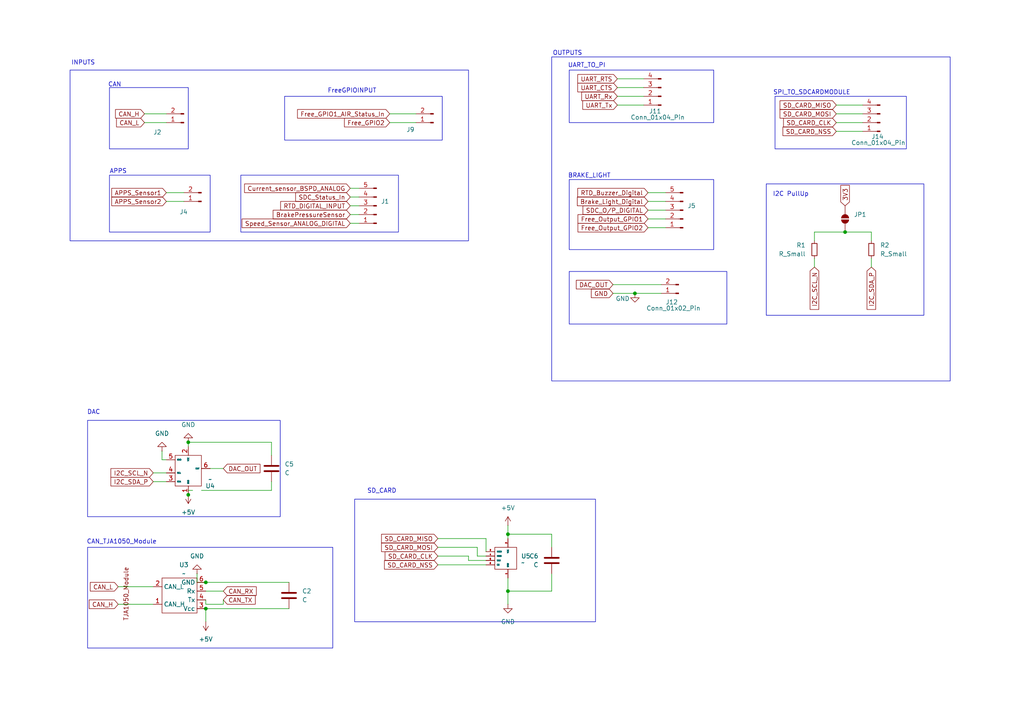
<source format=kicad_sch>
(kicad_sch (version 20231120) (generator "eeschema") (generator_version "8.0")
  (paper "A4")
  (lib_symbols
    (symbol "Connector:Conn_01x02_Pin" (pin_names (offset 1.016) hide)
      (property "Reference" "J" (at 0 2.54 0))
      (property "Value" "Conn_01x02_Pin" (at 0 -5.08 0))
      (symbol "Conn_01x02_Pin_1_1"
        (polyline (pts (xy 1.27 -2.54) (xy 0.8636 -2.54)) (stroke (width 0.1524)))
        (polyline (pts (xy 1.27 0) (xy 0.8636 0)) (stroke (width 0.1524)))
        (rectangle (start 0.8636 -2.413) (end 0 -2.667) (stroke (width 0.1524)) (fill (type outline)))
        (rectangle (start 0.8636 0.127) (end 0 -0.127) (stroke (width 0.1524)) (fill (type outline)))
        (pin passive line (at 5.08 0 180) (length 3.81) (name "Pin_1") (number "1"))
        (pin passive line (at 5.08 -2.54 180) (length 3.81) (name "Pin_2") (number "2"))
      )
    )
    (symbol "Connector:Conn_01x04_Pin" (pin_names (offset 1.016) hide)
      (property "Reference" "J" (at 0 5.08 0))
      (property "Value" "Conn_01x04_Pin" (at 0 -7.62 0))
      (symbol "Conn_01x04_Pin_1_1"
        (polyline (pts (xy 1.27 -5.08) (xy 0.8636 -5.08)) (stroke (width 0.1524)))
        (polyline (pts (xy 1.27 -2.54) (xy 0.8636 -2.54)) (stroke (width 0.1524)))
        (polyline (pts (xy 1.27 0) (xy 0.8636 0)) (stroke (width 0.1524)))
        (polyline (pts (xy 1.27 2.54) (xy 0.8636 2.54)) (stroke (width 0.1524)))
        (rectangle (start 0.8636 -4.953) (end 0 -5.207) (stroke (width 0.1524)) (fill (type outline)))
        (rectangle (start 0.8636 -2.413) (end 0 -2.667) (stroke (width 0.1524)) (fill (type outline)))
        (rectangle (start 0.8636 0.127) (end 0 -0.127) (stroke (width 0.1524)) (fill (type outline)))
        (rectangle (start 0.8636 2.667) (end 0 2.413) (stroke (width 0.1524)) (fill (type outline)))
        (pin passive line (at 5.08 2.54 180) (length 3.81) (name "Pin_1") (number "1"))
        (pin passive line (at 5.08 0 180) (length 3.81) (name "Pin_2") (number "2"))
        (pin passive line (at 5.08 -2.54 180) (length 3.81) (name "Pin_3") (number "3"))
        (pin passive line (at 5.08 -5.08 180) (length 3.81) (name "Pin_4") (number "4"))
      )
    )
    (symbol "Connector:Conn_01x05_Pin" (pin_names (offset 1.016) hide)
      (property "Reference" "J" (at 0 7.62 0))
      (property "Value" "Conn_01x05_Pin" (at 0 -7.62 0))
      (symbol "Conn_01x05_Pin_1_1"
        (polyline (pts (xy 1.27 -5.08) (xy 0.8636 -5.08)) (stroke (width 0.1524)))
        (polyline (pts (xy 1.27 -2.54) (xy 0.8636 -2.54)) (stroke (width 0.1524)))
        (polyline (pts (xy 1.27 0) (xy 0.8636 0)) (stroke (width 0.1524)))
        (polyline (pts (xy 1.27 2.54) (xy 0.8636 2.54)) (stroke (width 0.1524)))
        (polyline (pts (xy 1.27 5.08) (xy 0.8636 5.08)) (stroke (width 0.1524)))
        (rectangle (start 0.8636 -4.953) (end 0 -5.207) (stroke (width 0.1524)) (fill (type outline)))
        (rectangle (start 0.8636 -2.413) (end 0 -2.667) (stroke (width 0.1524)) (fill (type outline)))
        (rectangle (start 0.8636 0.127) (end 0 -0.127) (stroke (width 0.1524)) (fill (type outline)))
        (rectangle (start 0.8636 2.667) (end 0 2.413) (stroke (width 0.1524)) (fill (type outline)))
        (rectangle (start 0.8636 5.207) (end 0 4.953) (stroke (width 0.1524)) (fill (type outline)))
        (pin passive line (at 5.08 5.08 180) (length 3.81) (name "Pin_1") (number "1"))
        (pin passive line (at 5.08 2.54 180) (length 3.81) (name "Pin_2") (number "2"))
        (pin passive line (at 5.08 0 180) (length 3.81) (name "Pin_3") (number "3"))
        (pin passive line (at 5.08 -2.54 180) (length 3.81) (name "Pin_4") (number "4"))
        (pin passive line (at 5.08 -5.08 180) (length 3.81) (name "Pin_5") (number "5"))
      )
    )
    (symbol "Device:C" (pin_numbers hide) (pin_names (offset 0.254))
      (property "Reference" "C" (at 0.635 2.54 0))
      (property "Value" "C" (at 0.635 -2.54 0))
      (symbol "C_0_1"
        (polyline (pts (xy -2.032 -0.762) (xy 2.032 -0.762)) (stroke (width 0.508)))
        (polyline (pts (xy -2.032 0.762) (xy 2.032 0.762)) (stroke (width 0.508)))
      )
      (symbol "C_1_1"
        (pin passive line (at 0 3.81 270) (length 2.794) (name "~") (number "1"))
        (pin passive line (at 0 -3.81 90) (length 2.794) (name "~") (number "2"))
      )
    )
    (symbol "Device:R_Small" (pin_numbers hide) (pin_names (offset 0.254) hide)
      (property "Reference" "R" (at 0.762 0.508 0))
      (property "Value" "R_Small" (at 0.762 -1.016 0))
      (symbol "R_Small_0_1"
        (rectangle (start -0.762 1.778) (end 0.762 -1.778) (stroke (width 0.2032)))
      )
      (symbol "R_Small_1_1"
        (pin passive line (at 0 2.54 270) (length 0.762) (name "~") (number "1"))
        (pin passive line (at 0 -2.54 90) (length 0.762) (name "~") (number "2"))
      )
    )
    (symbol "Jumper:SolderJumper_2_Open" (pin_numbers hide) (pin_names (offset 0) hide) (exclude_from_sim yes) (in_bom no)
      (property "Reference" "JP" (at 0 2.032 0))
      (property "Value" "SolderJumper_2_Open" (at 0 -2.54 0))
      (symbol "SolderJumper_2_Open_0_1"
        (arc (start -0.254 1.016) (mid -1.2656 0) (end -0.254 -1.016))
        (arc (start -0.254 1.016) (mid -1.2656 0) (end -0.254 -1.016) (fill (type outline)))
        (polyline (pts (xy -0.254 1.016) (xy -0.254 -1.016)))
        (polyline (pts (xy 0.254 1.016) (xy 0.254 -1.016)))
        (arc (start 0.254 -1.016) (mid 1.2656 0) (end 0.254 1.016))
        (arc (start 0.254 -1.016) (mid 1.2656 0) (end 0.254 1.016) (fill (type outline)))
      )
      (symbol "SolderJumper_2_Open_1_1"
        (pin passive line (at -3.81 0 0) (length 2.54) (name "A") (number "1"))
        (pin passive line (at 3.81 0 180) (length 2.54) (name "B") (number "2"))
      )
    )
    (symbol "MCP4725_Module:mcp4725"
      (property "Reference" "U" (at 0 0 0))
      (symbol "mcp4725_0_1"
        (rectangle (start -3.81 5.08) (end 3.81 -3.81))
      )
      (symbol "mcp4725_1_1"
        (pin power_in line (at 0 7.62 270) (length 2.54) (name "GND") (number "1"))
        (pin power_in line (at 0 -6.35 90) (length 2.54) (name "VCC") (number "2"))
        (pin input line (at -6.35 3.81 0) (length 2.54) (name "SDA") (number "3"))
        (pin input line (at -6.35 1.27 0) (length 2.54) (name "SCL") (number "4"))
        (pin input line (at -6.35 -2.54 0) (length 2.54) (name "GND") (number "5"))
        (pin output line (at 6.35 0 180) (length 2.54) (name "OUT") (number "6"))
      )
    )
    (symbol "SDCardModule:SDCARD"
      (property "Reference" "U" (at 0 0 0))
      (symbol "SDCARD_0_1"
        (rectangle (start 0 -1.27) (end 6.35 -7.62))
      )
      (symbol "SDCARD_1_1"
        (pin power_in line (at 3.81 -10.16 90) (length 2.54) (name "GND") (number "1"))
        (pin power_in line (at 3.81 1.27 270) (length 2.54) (name "VCC") (number "2"))
        (pin output line (at -2.54 -2.54 0) (length 2.54) (name "MISO") (number "3"))
        (pin input line (at -2.54 -3.81 0) (length 2.54) (name "MOSI") (number "4"))
        (pin input line (at -2.54 -5.08 0) (length 2.54) (name "SCK") (number "5"))
        (pin input line (at -2.54 -6.35 0) (length 2.54) (name "CS") (number "6"))
      )
    )
    (symbol "TJA1050_Module:TJA1050_Module"
      (property "Reference" "U" (at 0 0 0))
      (symbol "TJA1050_Module_0_1"
        (rectangle (start -5.08 5.08) (end 5.08 -5.08))
      )
      (symbol "TJA1050_Module_1_1"
        (text "TJA1050_Module\n" (at 0.508 15.494 0) (effects (font (size 1.27 1.27))))
        (pin output line (at -2.54 7.62 270) (length 2.54) (name "CAN_H") (number "1"))
        (pin output line (at 2.54 7.62 270) (length 2.54) (name "CAN_L") (number "2"))
        (pin power_in line (at -3.81 -7.62 90) (length 2.54) (name "Vcc") (number "3"))
        (pin output line (at -1.27 -7.62 90) (length 2.54) (name "Tx") (number "4"))
        (pin input line (at 1.27 -7.62 90) (length 2.54) (name "Rx") (number "5"))
        (pin input line (at 3.81 -7.62 90) (length 2.54) (name "GND") (number "6"))
      )
    )
    (symbol "power:+5V" (power) (pin_numbers hide) (pin_names (offset 0) hide)
      (property "Value" "+5V" (at 0 3.556 0))
      (symbol "+5V_0_1"
        (polyline (pts (xy -0.762 1.27) (xy 0 2.54)))
        (polyline (pts (xy 0 0) (xy 0 2.54)))
        (polyline (pts (xy 0 2.54) (xy 0.762 1.27)))
      )
      (symbol "+5V_1_1"
        (pin power_in line (at 0 0 90) (length 0) (name "~") (number "1"))
      )
    )
    (symbol "power:GND" (power) (pin_numbers hide) (pin_names (offset 0) hide)
      (property "Value" "GND" (at 0 -3.81 0))
      (symbol "GND_0_1"
        (polyline (pts (xy 0 0) (xy 0 -1.27) (xy 1.27 -1.27) (xy 0 -2.54) (xy -1.27 -1.27) (xy 0 -1.27)))
      )
      (symbol "GND_1_1"
        (pin power_in line (at 0 0 270) (length 0) (name "~") (number "1"))
      )
    )
  )
  (junction (at 59.69 168.91))
  (junction (at 147.32 171.45))
  (junction (at 245.11 67.31))
  (junction (at 59.69 176.53))
  (junction (at 54.61 128.27))
  (junction (at 184.15 85.09))
  (junction (at 147.32 154.94))
  (junction (at 54.61 143.51))
  (wire (pts (xy 46.99 130.81) (xy 46.99 133.35)))
  (wire (pts (xy 59.69 176.53) (xy 59.69 180.34)))
  (wire (pts (xy 59.69 171.45) (xy 64.77 171.45)))
  (wire (pts (xy 187.96 63.5) (xy 193.04 63.5)))
  (wire (pts (xy 147.32 167.64) (xy 147.32 171.45)))
  (wire (pts (xy 177.8 85.09) (xy 184.15 85.09)))
  (wire (pts (xy 104.14 54.61) (xy 101.6 54.61)))
  (wire (pts (xy 127 156.21) (xy 140.97 156.21)))
  (wire (pts (xy 135.89 161.29) (xy 135.89 162.56)))
  (wire (pts (xy 60.96 135.89) (xy 64.77 135.89)))
  (wire (pts (xy 236.22 74.93) (xy 236.22 77.47)))
  (wire (pts (xy 48.26 58.42) (xy 53.34 58.42)))
  (wire (pts (xy 140.97 156.21) (xy 140.97 160.02)))
  (wire (pts (xy 138.43 158.75) (xy 138.43 161.29)))
  (wire (pts (xy 59.69 176.53) (xy 83.82 176.53)))
  (wire (pts (xy 252.73 69.85) (xy 252.73 67.31)))
  (wire (pts (xy 179.07 27.94) (xy 186.69 27.94)))
  (wire (pts (xy 64.77 175.26) (xy 64.77 173.99)))
  (wire (pts (xy 187.96 58.42) (xy 193.04 58.42)))
  (wire (pts (xy 54.61 143.51) (xy 54.61 142.24)))
  (wire (pts (xy 179.07 25.4) (xy 186.69 25.4)))
  (wire (pts (xy 138.43 161.29) (xy 140.97 161.29)))
  (wire (pts (xy 57.15 168.91) (xy 57.15 166.37)))
  (wire (pts (xy 55.88 142.24) (xy 54.61 142.24)))
  (wire (pts (xy 177.8 82.55) (xy 191.77 82.55)))
  (wire (pts (xy 160.02 166.37) (xy 160.02 171.45)))
  (wire (pts (xy 104.14 64.77) (xy 101.6 64.77)))
  (wire (pts (xy 242.57 30.48) (xy 250.19 30.48)))
  (wire (pts (xy 147.32 152.4) (xy 147.32 154.94)))
  (wire (pts (xy 147.32 171.45) (xy 147.32 175.26)))
  (wire (pts (xy 104.14 59.69) (xy 101.6 59.69)))
  (wire (pts (xy 34.29 175.26) (xy 44.45 175.26)))
  (wire (pts (xy 245.11 67.31) (xy 252.73 67.31)))
  (wire (pts (xy 44.45 139.7) (xy 48.26 139.7)))
  (wire (pts (xy 78.74 132.08) (xy 78.74 128.27)))
  (wire (pts (xy 46.99 133.35) (xy 48.26 133.35)))
  (wire (pts (xy 242.57 38.1) (xy 250.19 38.1)))
  (wire (pts (xy 113.03 33.02) (xy 120.65 33.02)))
  (wire (pts (xy 78.74 139.7) (xy 78.74 142.24)))
  (wire (pts (xy 147.32 154.94) (xy 147.32 156.21)))
  (wire (pts (xy 54.61 128.27) (xy 78.74 128.27)))
  (wire (pts (xy 59.69 175.26) (xy 64.77 175.26)))
  (wire (pts (xy 127 158.75) (xy 138.43 158.75)))
  (wire (pts (xy 135.89 162.56) (xy 140.97 162.56)))
  (wire (pts (xy 54.61 129.54) (xy 54.61 128.27)))
  (wire (pts (xy 41.91 35.56) (xy 48.26 35.56)))
  (wire (pts (xy 160.02 158.75) (xy 160.02 154.94)))
  (wire (pts (xy 41.91 33.02) (xy 48.26 33.02)))
  (wire (pts (xy 147.32 154.94) (xy 160.02 154.94)))
  (wire (pts (xy 187.96 66.04) (xy 193.04 66.04)))
  (wire (pts (xy 187.96 55.88) (xy 193.04 55.88)))
  (wire (pts (xy 127 161.29) (xy 135.89 161.29)))
  (wire (pts (xy 187.96 60.96) (xy 193.04 60.96)))
  (wire (pts (xy 236.22 67.31) (xy 245.11 67.31)))
  (wire (pts (xy 78.74 142.24) (xy 58.42 142.24)))
  (wire (pts (xy 34.29 170.18) (xy 44.45 170.18)))
  (wire (pts (xy 179.07 22.86) (xy 186.69 22.86)))
  (wire (pts (xy 242.57 33.02) (xy 250.19 33.02)))
  (wire (pts (xy 242.57 35.56) (xy 250.19 35.56)))
  (wire (pts (xy 113.03 35.56) (xy 120.65 35.56)))
  (wire (pts (xy 252.73 74.93) (xy 252.73 77.47)))
  (wire (pts (xy 57.15 168.91) (xy 59.69 168.91)))
  (wire (pts (xy 236.22 69.85) (xy 236.22 67.31)))
  (wire (pts (xy 59.69 173.99) (xy 59.69 175.26)))
  (wire (pts (xy 104.14 62.23) (xy 101.6 62.23)))
  (wire (pts (xy 44.45 137.16) (xy 48.26 137.16)))
  (wire (pts (xy 160.02 171.45) (xy 147.32 171.45)))
  (wire (pts (xy 127 163.83) (xy 140.97 163.83)))
  (wire (pts (xy 48.26 55.88) (xy 53.34 55.88)))
  (wire (pts (xy 104.14 57.15) (xy 101.6 57.15)))
  (wire (pts (xy 184.15 85.09) (xy 191.77 85.09)))
  (wire (pts (xy 59.69 168.91) (xy 83.82 168.91)))
  (wire (pts (xy 179.07 30.48) (xy 186.69 30.48)))
  (rectangle (start 31.75 50.8) (end 60.96 67.31))
  (rectangle (start 165.1 52.07) (end 207.01 72.39))
  (rectangle (start 25.4 158.75) (end 96.52 187.96))
  (rectangle (start 31.75 25.4) (end 54.61 43.18))
  (rectangle (start 224.79 27.94) (end 262.89 43.18))
  (rectangle (start 165.1 20.32) (end 207.01 35.56))
  (rectangle (start 69.85 50.8) (end 115.57 67.31))
  (rectangle (start 82.55 27.94) (end 128.27 40.64))
  (rectangle (start 222.25 53.34) (end 267.97 91.44))
  (rectangle (start 160.02 16.51) (end 275.59 110.49))
  (rectangle (start 165.1 78.74) (end 210.82 93.98))
  (rectangle (start 20.32 20.32) (end 135.89 69.85))
  (rectangle (start 102.87 144.78) (end 172.72 180.34))
  (rectangle (start 25.4 121.92) (end 81.28 149.86))
  (text "SD_CARD" (at 110.744 142.494 0) (effects (font (size 1.27 1.27))))
  (text "I2C PullUp\n" (at 229.362 56.388 0) (effects (font (size 1.27 1.27))))
  (text "INPUTS" (at 24.13 18.288 0) (effects (font (size 1.27 1.27))))
  (text "CAN_TJA1050_Module\n" (at 35.306 157.226 0) (effects (font (size 1.27 1.27))))
  (text "APPS\n" (at 34.29 49.784 0) (effects (font (size 1.27 1.27))))
  (text "CAN\n" (at 33.274 24.638 0) (effects (font (size 1.27 1.27))))
  (text "BRAKE_LIGHT" (at 170.942 51.054 0) (effects (font (size 1.27 1.27))))
  (text "FreeGPIOINPUT\n" (at 102.108 26.416 0) (effects (font (size 1.27 1.27))))
  (text "SPI_TO_SDCARDMODULE" (at 235.458 26.924 0) (effects (font (size 1.27 1.27))))
  (text "UART_TO_PI\n" (at 170.18 19.05 0) (effects (font (size 1.27 1.27))))
  (text "OUTPUTS" (at 164.592 15.494 0) (effects (font (size 1.27 1.27))))
  (text "DAC\n" (at 27.178 119.634 0) (effects (font (size 1.27 1.27))))
  (global_label "SDC_O{slash}P_DIGITAL" (shape input) (at 187.96 60.96 180) (property "Intersheetrefs" "${INTERSHEET_REFS}" (effects (hide yes))))
  (global_label "CAN_H" (shape input) (at 34.29 175.26 180) (property "Intersheetrefs" "${INTERSHEET_REFS}" (effects (hide yes))))
  (global_label "SD_CARD_MISO" (shape input) (at 242.57 30.48 180) (property "Intersheetrefs" "${INTERSHEET_REFS}" (effects (hide yes))))
  (global_label "I2C_SDA_P" (shape input) (at 252.73 77.47 270) (property "Intersheetrefs" "${INTERSHEET_REFS}" (effects (hide yes))))
  (global_label "Free_Output_GPIO1" (shape input) (at 187.96 63.5 180) (property "Intersheetrefs" "${INTERSHEET_REFS}" (effects (hide yes))))
  (global_label "Free_GPIO1_AIR_Status_In" (shape input) (at 113.03 33.02 180) (property "Intersheetrefs" "${INTERSHEET_REFS}" (effects (hide yes))))
  (global_label "SD_CARD_NSS" (shape input) (at 127 163.83 180) (property "Intersheetrefs" "${INTERSHEET_REFS}" (effects (hide yes))))
  (global_label "Speed_Sensor_ANALOG_DIGITAL" (shape input) (at 101.6 64.77 180) (property "Intersheetrefs" "${INTERSHEET_REFS}" (effects (hide yes))))
  (global_label "I2C_SCL_N" (shape input) (at 236.22 77.47 270) (property "Intersheetrefs" "${INTERSHEET_REFS}" (effects (hide yes))))
  (global_label "RTD_Buzzer_Digital" (shape input) (at 187.96 55.88 180) (property "Intersheetrefs" "${INTERSHEET_REFS}" (effects (hide yes))))
  (global_label "SDC_Status_In" (shape input) (at 101.6 57.15 180) (property "Intersheetrefs" "${INTERSHEET_REFS}" (effects (hide yes))))
  (global_label "I2C_SCL_N" (shape input) (at 44.45 137.16 180) (property "Intersheetrefs" "${INTERSHEET_REFS}" (effects (hide yes))))
  (global_label "SD_CARD_MOSI" (shape input) (at 242.57 33.02 180) (property "Intersheetrefs" "${INTERSHEET_REFS}" (effects (hide yes))))
  (global_label "UART_RTS" (shape input) (at 179.07 22.86 180) (property "Intersheetrefs" "${INTERSHEET_REFS}" (effects (hide yes))))
  (global_label "DAC_OUT" (shape input) (at 64.77 135.89 0) (property "Intersheetrefs" "${INTERSHEET_REFS}" (effects (hide yes))))
  (global_label "I2C_SDA_P" (shape input) (at 44.45 139.7 180) (property "Intersheetrefs" "${INTERSHEET_REFS}" (effects (hide yes))))
  (global_label "Current_sensor_BSPD_ANALOG" (shape input) (at 101.6 54.61 180) (property "Intersheetrefs" "${INTERSHEET_REFS}" (effects (hide yes))))
  (global_label "DAC_OUT" (shape input) (at 177.8 82.55 180) (property "Intersheetrefs" "${INTERSHEET_REFS}" (effects (hide yes))))
  (global_label "RTD_DIGITAL_INPUT" (shape input) (at 101.6 59.69 180) (property "Intersheetrefs" "${INTERSHEET_REFS}" (effects (hide yes))))
  (global_label "SD_CARD_NSS" (shape input) (at 242.57 38.1 180) (property "Intersheetrefs" "${INTERSHEET_REFS}" (effects (hide yes))))
  (global_label "SD_CARD_CLK" (shape input) (at 127 161.29 180) (property "Intersheetrefs" "${INTERSHEET_REFS}" (effects (hide yes))))
  (global_label "Free_Output_GPIO2" (shape input) (at 187.96 66.04 180) (property "Intersheetrefs" "${INTERSHEET_REFS}" (effects (hide yes))))
  (global_label "CAN_L" (shape input) (at 41.91 35.56 180) (property "Intersheetrefs" "${INTERSHEET_REFS}" (effects (hide yes))))
  (global_label "BrakePressureSensor" (shape input) (at 101.6 62.23 180) (property "Intersheetrefs" "${INTERSHEET_REFS}" (effects (hide yes))))
  (global_label "Free_GPIO2" (shape input) (at 113.03 35.56 180) (property "Intersheetrefs" "${INTERSHEET_REFS}" (effects (hide yes))))
  (global_label "UART_Rx" (shape input) (at 179.07 27.94 180) (property "Intersheetrefs" "${INTERSHEET_REFS}" (effects (hide yes))))
  (global_label "GND" (shape input) (at 177.8 85.09 180) (property "Intersheetrefs" "${INTERSHEET_REFS}" (effects (hide yes))))
  (global_label "SD_CARD_MISO" (shape input) (at 127 156.21 180) (property "Intersheetrefs" "${INTERSHEET_REFS}" (effects (hide yes))))
  (global_label "CAN_RX" (shape input) (at 64.77 171.45 0) (property "Intersheetrefs" "${INTERSHEET_REFS}" (effects (hide yes))))
  (global_label "SD_CARD_CLK" (shape input) (at 242.57 35.56 180) (property "Intersheetrefs" "${INTERSHEET_REFS}" (effects (hide yes))))
  (global_label "CAN_TX" (shape input) (at 64.77 173.99 0) (property "Intersheetrefs" "${INTERSHEET_REFS}" (effects (hide yes))))
  (global_label "CAN_L" (shape input) (at 34.29 170.18 180) (property "Intersheetrefs" "${INTERSHEET_REFS}" (effects (hide yes))))
  (global_label "Brake_Light_Digital" (shape input) (at 187.96 58.42 180) (property "Intersheetrefs" "${INTERSHEET_REFS}" (effects (hide yes))))
  (global_label "UART_Tx" (shape input) (at 179.07 30.48 180) (property "Intersheetrefs" "${INTERSHEET_REFS}" (effects (hide yes))))
  (global_label "3V3" (shape input) (at 245.11 59.69 90) (property "Intersheetrefs" "${INTERSHEET_REFS}" (effects (hide yes))))
  (global_label "UART_CTS" (shape input) (at 179.07 25.4 180) (property "Intersheetrefs" "${INTERSHEET_REFS}" (effects (hide yes))))
  (global_label "APPS_Sensor1" (shape input) (at 48.26 55.88 180) (property "Intersheetrefs" "${INTERSHEET_REFS}" (effects (hide yes))))
  (global_label "CAN_H" (shape input) (at 41.91 33.02 180) (property "Intersheetrefs" "${INTERSHEET_REFS}" (effects (hide yes))))
  (global_label "APPS_Sensor2" (shape input) (at 48.26 58.42 180) (property "Intersheetrefs" "${INTERSHEET_REFS}" (effects (hide yes))))
  (global_label "SD_CARD_MOSI" (shape input) (at 127 158.75 180) (property "Intersheetrefs" "${INTERSHEET_REFS}" (effects (hide yes))))
  (symbol (lib_id "TJA1050_Module:TJA1050_Module") (at 52.07 172.72 90) (unit 1)
    (property "Reference" "U3" (at 53.34 163.83 90))
    (property "Value" "~" (at 53.34 166.37 90))
    (property "Footprint" "TJA1050_Module:TJA1050_Module" (effects (hide yes)))
  )
  (symbol (lib_id "Device:R_Small") (at 236.22 72.39 0) (mirror y) (unit 1)
    (property "Reference" "R1" (at 233.68 71.1199 0) (effects (justify left)))
    (property "Value" "R_Small" (at 233.68 73.6599 0) (effects (justify left)))
    (property "Footprint" "Resistor_THT:R_Axial_DIN0204_L3.6mm_D1.6mm_P5.08mm_Horizontal" (effects (hide yes)))
    (property "Description" "Resistor, small symbol" (effects (hide yes)))
  )
  (symbol (lib_id "Device:C") (at 83.82 172.72 0) (unit 1)
    (property "Reference" "C2" (at 87.63 171.4499 0) (effects (justify left)))
    (property "Value" "C" (at 87.63 173.9899 0) (effects (justify left)))
    (property "Footprint" "Capacitor_THT:CP_Radial_D12.5mm_P7.50mm" (effects (hide yes)))
    (property "Description" "Unpolarized capacitor" (effects (hide yes)))
  )
  (symbol (lib_id "Device:C") (at 78.74 135.89 0) (unit 1)
    (property "Reference" "C5" (at 82.55 134.6199 0) (effects (justify left)))
    (property "Value" "C" (at 82.55 137.1599 0) (effects (justify left)))
    (property "Footprint" "Capacitor_THT:CP_Radial_D12.5mm_P7.50mm" (effects (hide yes)))
    (property "Description" "Unpolarized capacitor" (effects (hide yes)))
  )
  (symbol (lib_id "power:GND") (at 184.15 85.09 0) (unit 1)
    (property "Reference" "#PWR026" (effects (hide yes)))
    (property "Value" "GND" (at 180.594 86.614 0))
    (property "Description" "Power symbol creates a global label with name \"GND\" , ground" (effects (hide yes)))
  )
  (symbol (lib_id "Device:C") (at 160.02 162.56 0) (mirror y) (unit 1)
    (property "Reference" "C6" (at 156.21 161.2899 0) (effects (justify left)))
    (property "Value" "C" (at 156.21 163.8299 0) (effects (justify left)))
    (property "Footprint" "Capacitor_THT:CP_Radial_D12.5mm_P7.50mm" (effects (hide yes)))
    (property "Description" "Unpolarized capacitor" (effects (hide yes)))
  )
  (symbol (lib_id "Connector:Conn_01x02_Pin") (at 53.34 35.56 180) (unit 1)
    (property "Reference" "J2" (at 44.45 38.354 0) (effects (justify right)))
    (property "Value" "Conn_01x02_Pin" (effects (hide yes)))
    (property "Footprint" "TerminalBlock_Phoenix:TerminalBlock_Phoenix_MKDS-1,5-2-5.08_1x02_P5.08mm_Horizontal" (effects (hide yes)))
    (property "Description" "Generic connector, single row, 01x02, script generated" (effects (hide yes)))
  )
  (symbol (lib_id "power:GND") (at 147.32 175.26 0) (unit 1)
    (property "Reference" "#PWR028" (effects (hide yes)))
    (property "Value" "GND" (at 147.32 180.34 0))
    (property "Description" "Power symbol creates a global label with name \"GND\" , ground" (effects (hide yes)))
  )
  (symbol (lib_id "Jumper:SolderJumper_2_Open") (at 245.11 63.5 90) (unit 1) (exclude_from_sim yes) (in_bom no)
    (property "Reference" "JP1" (at 247.65 62.2299 90) (effects (justify right)))
    (property "Value" "SolderJumper_2_Open" (effects (hide yes)))
    (property "Footprint" "Connector_PinHeader_2.54mm:PinHeader_1x02_P2.54mm_Vertical" (effects (hide yes)))
    (property "Description" "Solder Jumper, 2-pole, open" (effects (hide yes)))
  )
  (symbol (lib_id "Connector:Conn_01x05_Pin") (at 109.22 59.69 180) (unit 1)
    (property "Reference" "J1" (at 110.49 58.4199 0) (effects (justify right)))
    (property "Value" "Conn_01x05_Pin" (effects (hide yes)))
    (property "Footprint" "Connector_PinHeader_2.54mm:PinHeader_1x05_P2.54mm_Vertical" (effects (hide yes)))
    (property "Description" "Generic connector, single row, 01x05, script generated" (effects (hide yes)))
  )
  (symbol (lib_id "SDCardModule:SDCARD") (at 143.51 157.48 0) (unit 1)
    (property "Reference" "U5" (at 151.13 161.2899 0) (effects (justify left)))
    (property "Value" "~" (at 151.13 163.195 0) (effects (justify left)))
    (property "Footprint" "sdcard_module:sdcard_module" (effects (hide yes)))
  )
  (symbol (lib_id "Connector:Conn_01x04_Pin") (at 191.77 27.94 180) (unit 1)
    (property "Reference" "J11" (at 188.214 32.258 0) (effects (justify right)))
    (property "Value" "Conn_01x04_Pin" (at 182.88 34.036 0) (effects (justify right)))
    (property "Footprint" "Connector_PinHeader_2.54mm:PinHeader_1x04_P2.54mm_Vertical" (effects (hide yes)))
    (property "Description" "Generic connector, single row, 01x04, script generated" (effects (hide yes)))
  )
  (symbol (lib_id "Connector:Conn_01x04_Pin") (at 255.27 35.56 180) (unit 1)
    (property "Reference" "J14" (at 252.73 39.624 0) (effects (justify right)))
    (property "Value" "Conn_01x04_Pin" (at 246.888 41.402 0) (effects (justify right)))
    (property "Footprint" "Connector_PinHeader_2.54mm:PinHeader_1x04_P2.54mm_Vertical" (effects (hide yes)))
    (property "Description" "Generic connector, single row, 01x04, script generated" (effects (hide yes)))
  )
  (symbol (lib_id "Connector:Conn_01x02_Pin") (at 125.73 35.56 180) (unit 1)
    (property "Reference" "J9" (at 117.856 37.592 0) (effects (justify right)))
    (property "Value" "Conn_01x02_Pin" (effects (hide yes)))
    (property "Footprint" "Connector_PinHeader_2.54mm:PinHeader_1x02_P2.54mm_Vertical" (effects (hide yes)))
    (property "Description" "Generic connector, single row, 01x02, script generated" (effects (hide yes)))
  )
  (symbol (lib_id "MCP4725_Module:mcp4725") (at 54.61 135.89 0) (mirror x) (unit 1)
    (property "Reference" "U4" (at 60.96 140.9386 0))
    (property "Value" "~" (at 60.96 139.0335 0))
    (property "Footprint" "MCP4725:MCP4725" (effects (hide yes)))
  )
  (symbol (lib_id "power:+5V") (at 59.69 180.34 180) (unit 1)
    (property "Reference" "#PWR06" (effects (hide yes)))
    (property "Value" "+5V" (at 59.69 185.42 0))
    (property "Description" "Power symbol creates a global label with name \"+5V\"" (effects (hide yes)))
  )
  (symbol (lib_id "power:GND") (at 46.99 130.81 180) (unit 1)
    (property "Reference" "#PWR03" (effects (hide yes)))
    (property "Value" "GND" (at 46.99 125.73 0))
    (property "Description" "Power symbol creates a global label with name \"GND\" , ground" (effects (hide yes)))
  )
  (symbol (lib_id "power:+5V") (at 147.32 152.4 0) (unit 1)
    (property "Reference" "#PWR027" (effects (hide yes)))
    (property "Value" "+5V" (at 147.32 147.32 0))
    (property "Description" "Power symbol creates a global label with name \"+5V\"" (effects (hide yes)))
  )
  (symbol (lib_id "Connector:Conn_01x02_Pin") (at 58.42 58.42 180) (unit 1)
    (property "Reference" "J4" (at 52.07 61.468 0) (effects (justify right)))
    (property "Value" "Conn_01x02_Pin" (effects (hide yes)))
    (property "Footprint" "Connector_PinHeader_2.54mm:PinHeader_1x02_P2.54mm_Vertical" (effects (hide yes)))
    (property "Description" "Generic connector, single row, 01x02, script generated" (effects (hide yes)))
  )
  (symbol (lib_id "power:+5V") (at 54.61 143.51 180) (unit 1)
    (property "Reference" "#PWR022" (effects (hide yes)))
    (property "Value" "+5V" (at 54.61 148.59 0))
    (property "Description" "Power symbol creates a global label with name \"+5V\"" (effects (hide yes)))
  )
  (symbol (lib_id "power:GND") (at 54.61 128.27 180) (unit 1)
    (property "Reference" "#PWR021" (effects (hide yes)))
    (property "Value" "GND" (at 54.61 123.19 0))
    (property "Description" "Power symbol creates a global label with name \"GND\" , ground" (effects (hide yes)))
  )
  (symbol (lib_id "Device:R_Small") (at 252.73 72.39 0) (unit 1)
    (property "Reference" "R2" (at 255.27 71.1199 0) (effects (justify left)))
    (property "Value" "R_Small" (at 255.27 73.6599 0) (effects (justify left)))
    (property "Footprint" "Resistor_THT:R_Axial_DIN0204_L3.6mm_D1.6mm_P5.08mm_Horizontal" (effects (hide yes)))
    (property "Description" "Resistor, small symbol" (effects (hide yes)))
  )
  (symbol (lib_id "Connector:Conn_01x02_Pin") (at 196.85 85.09 180) (unit 1)
    (property "Reference" "J12" (at 193.04 87.63 0) (effects (justify right)))
    (property "Value" "Conn_01x02_Pin" (at 187.452 89.408 0) (effects (justify right)))
    (property "Footprint" "TerminalBlock_Phoenix:TerminalBlock_Phoenix_MKDS-1,5-2-5.08_1x02_P5.08mm_Horizontal" (effects (hide yes)))
    (property "Description" "Generic connector, single row, 01x02, script generated" (effects (hide yes)))
  )
  (symbol (lib_id "power:GND") (at 57.15 166.37 180) (unit 1)
    (property "Reference" "#PWR05" (effects (hide yes)))
    (property "Value" "GND" (at 57.15 161.29 0))
    (property "Description" "Power symbol creates a global label with name \"GND\" , ground" (effects (hide yes)))
  )
  (symbol (lib_id "Connector:Conn_01x05_Pin") (at 198.12 60.96 180) (unit 1)
    (property "Reference" "J5" (at 199.39 59.6899 0) (effects (justify right)))
    (property "Value" "Conn_01x05_Pin" (effects (hide yes)))
    (property "Footprint" "Connector_PinHeader_2.54mm:PinHeader_1x05_P2.54mm_Vertical" (effects (hide yes)))
    (property "Description" "Generic connector, single row, 01x05, script generated" (effects (hide yes)))
  )
)
</source>
